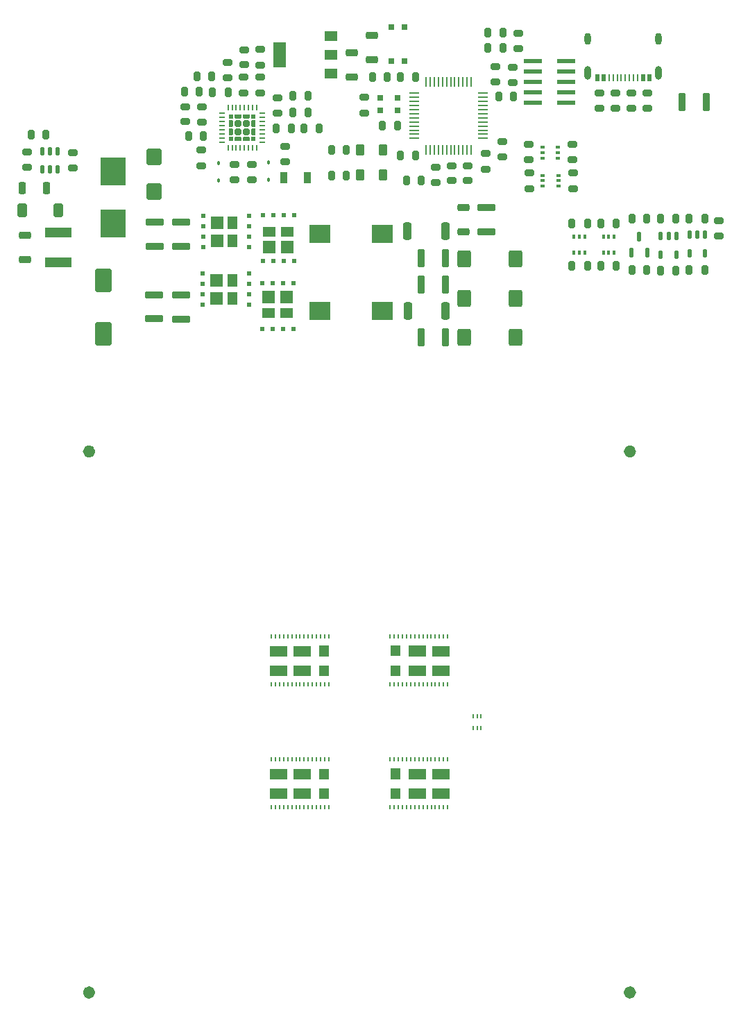
<source format=gtp>
G04 #@! TF.GenerationSoftware,KiCad,Pcbnew,8.0.1-8.0.1-1~ubuntu22.04.1*
G04 #@! TF.CreationDate,2024-04-30T21:46:32+02:00*
G04 #@! TF.ProjectId,qaxe,71617865-2e6b-4696-9361-645f70636258,rev?*
G04 #@! TF.SameCoordinates,Original*
G04 #@! TF.FileFunction,Paste,Top*
G04 #@! TF.FilePolarity,Positive*
%FSLAX46Y46*%
G04 Gerber Fmt 4.6, Leading zero omitted, Abs format (unit mm)*
G04 Created by KiCad (PCBNEW 8.0.1-8.0.1-1~ubuntu22.04.1) date 2024-04-30 21:46:32*
%MOMM*%
%LPD*%
G01*
G04 APERTURE LIST*
G04 Aperture macros list*
%AMRoundRect*
0 Rectangle with rounded corners*
0 $1 Rounding radius*
0 $2 $3 $4 $5 $6 $7 $8 $9 X,Y pos of 4 corners*
0 Add a 4 corners polygon primitive as box body*
4,1,4,$2,$3,$4,$5,$6,$7,$8,$9,$2,$3,0*
0 Add four circle primitives for the rounded corners*
1,1,$1+$1,$2,$3*
1,1,$1+$1,$4,$5*
1,1,$1+$1,$6,$7*
1,1,$1+$1,$8,$9*
0 Add four rect primitives between the rounded corners*
20,1,$1+$1,$2,$3,$4,$5,0*
20,1,$1+$1,$4,$5,$6,$7,0*
20,1,$1+$1,$6,$7,$8,$9,0*
20,1,$1+$1,$8,$9,$2,$3,0*%
%AMFreePoly0*
4,1,19,0.250763,0.273032,0.287330,0.222702,0.292257,0.191596,0.292257,-0.108205,0.273032,-0.167372,0.262774,-0.179383,0.179383,-0.262774,0.123952,-0.291018,0.108205,-0.292257,-0.191596,-0.292257,-0.250763,-0.273032,-0.287330,-0.222702,-0.292257,-0.191596,-0.292257,0.191596,-0.273032,0.250763,-0.222702,0.287330,-0.191596,0.292257,0.191596,0.292257,0.250763,0.273032,0.250763,0.273032,
$1*%
%AMFreePoly1*
4,1,21,0.195247,0.383971,0.200509,0.379148,0.268292,0.311365,0.291946,0.260640,0.292257,0.253509,0.292257,-0.253509,0.273115,-0.306103,0.268292,-0.311365,0.200509,-0.379148,0.149784,-0.402802,0.142653,-0.403113,-0.210436,-0.403113,-0.263030,-0.383971,-0.291014,-0.335500,-0.292257,-0.321292,-0.292257,0.321292,-0.273115,0.373886,-0.224644,0.401870,-0.210436,0.403113,0.142653,0.403113,
0.195247,0.383971,0.195247,0.383971,$1*%
%AMFreePoly2*
4,1,19,0.167372,0.273032,0.179383,0.262774,0.262774,0.179383,0.291018,0.123952,0.292257,0.108205,0.292257,-0.191596,0.273032,-0.250763,0.222702,-0.287330,0.191596,-0.292257,-0.191596,-0.292257,-0.250763,-0.273032,-0.287330,-0.222702,-0.292257,-0.191596,-0.292257,0.191596,-0.273032,0.250763,-0.222702,0.287330,-0.191596,0.292257,0.108205,0.292257,0.167372,0.273032,0.167372,0.273032,
$1*%
%AMFreePoly3*
4,1,21,0.373886,0.273115,0.401870,0.224644,0.403113,0.210436,0.403113,-0.142653,0.383971,-0.195247,0.379148,-0.200509,0.311365,-0.268292,0.260640,-0.291946,0.253509,-0.292257,-0.253509,-0.292257,-0.306103,-0.273115,-0.311365,-0.268292,-0.379148,-0.200509,-0.402802,-0.149784,-0.403113,-0.142653,-0.403113,0.210436,-0.383971,0.263030,-0.335500,0.291014,-0.321292,0.292257,0.321292,0.292257,
0.373886,0.273115,0.373886,0.273115,$1*%
%AMFreePoly4*
4,1,21,0.306103,0.273115,0.311365,0.268292,0.379148,0.200509,0.402802,0.149784,0.403113,0.142653,0.403113,-0.210436,0.383971,-0.263030,0.335500,-0.291014,0.321292,-0.292257,-0.321292,-0.292257,-0.373886,-0.273115,-0.401870,-0.224644,-0.403113,-0.210436,-0.403113,0.142653,-0.383971,0.195247,-0.379148,0.200509,-0.311365,0.268292,-0.260640,0.291946,-0.253509,0.292257,0.253509,0.292257,
0.306103,0.273115,0.306103,0.273115,$1*%
%AMFreePoly5*
4,1,19,0.250763,0.273032,0.287330,0.222702,0.292257,0.191596,0.292257,-0.191596,0.273032,-0.250763,0.222702,-0.287330,0.191596,-0.292257,-0.108205,-0.292257,-0.167372,-0.273032,-0.179383,-0.262774,-0.262774,-0.179383,-0.291018,-0.123952,-0.292257,-0.108205,-0.292257,0.191596,-0.273032,0.250763,-0.222702,0.287330,-0.191596,0.292257,0.191596,0.292257,0.250763,0.273032,0.250763,0.273032,
$1*%
%AMFreePoly6*
4,1,21,0.263030,0.383971,0.291014,0.335500,0.292257,0.321292,0.292257,-0.321292,0.273115,-0.373886,0.224644,-0.401870,0.210436,-0.403113,-0.142653,-0.403113,-0.195247,-0.383971,-0.200509,-0.379148,-0.268292,-0.311365,-0.291946,-0.260640,-0.292257,-0.253509,-0.292257,0.253509,-0.273115,0.306103,-0.268292,0.311365,-0.200509,0.379148,-0.149784,0.402802,-0.142653,0.403113,0.210436,0.403113,
0.263030,0.383971,0.263030,0.383971,$1*%
%AMFreePoly7*
4,1,19,0.250763,0.273032,0.287330,0.222702,0.292257,0.191596,0.292257,-0.191596,0.273032,-0.250763,0.222702,-0.287330,0.191596,-0.292257,-0.191596,-0.292257,-0.250763,-0.273032,-0.287330,-0.222702,-0.292257,-0.191596,-0.292257,0.108205,-0.273032,0.167372,-0.262774,0.179383,-0.179383,0.262774,-0.123952,0.291018,-0.108205,0.292257,0.191596,0.292257,0.250763,0.273032,0.250763,0.273032,
$1*%
G04 Aperture macros list end*
%ADD10C,0.750000*%
%ADD11C,0.001000*%
%ADD12RoundRect,0.200000X-0.380000X0.200000X-0.380000X-0.200000X0.380000X-0.200000X0.380000X0.200000X0*%
%ADD13RoundRect,0.200000X0.200000X0.380000X-0.200000X0.380000X-0.200000X-0.380000X0.200000X-0.380000X0*%
%ADD14RoundRect,0.200000X0.520000X-0.260000X0.520000X0.260000X-0.520000X0.260000X-0.520000X-0.260000X0*%
%ADD15R,0.176800X0.633600*%
%ADD16RoundRect,0.200000X0.260000X0.880000X-0.260000X0.880000X-0.260000X-0.880000X0.260000X-0.880000X0*%
%ADD17R,2.640000X2.240000*%
%ADD18RoundRect,0.200000X-0.210000X-0.360000X0.210000X-0.360000X0.210000X0.360000X-0.210000X0.360000X0*%
%ADD19RoundRect,0.200000X0.360000X-0.210000X0.360000X0.210000X-0.360000X0.210000X-0.360000X-0.210000X0*%
%ADD20RoundRect,0.200000X-0.880000X0.260000X-0.880000X-0.260000X0.880000X-0.260000X0.880000X0.260000X0*%
%ADD21RoundRect,0.090000X-0.090000X0.150000X-0.090000X-0.150000X0.090000X-0.150000X0.090000X0.150000X0*%
%ADD22RoundRect,0.200000X-0.360000X0.210000X-0.360000X-0.210000X0.360000X-0.210000X0.360000X0.210000X0*%
%ADD23RoundRect,0.200000X-0.290000X-0.860000X0.290000X-0.860000X0.290000X0.860000X-0.290000X0.860000X0*%
%ADD24RoundRect,0.200000X0.210000X0.360000X-0.210000X0.360000X-0.210000X-0.360000X0.210000X-0.360000X0*%
%ADD25RoundRect,0.200000X0.380000X-0.200000X0.380000X0.200000X-0.380000X0.200000X-0.380000X-0.200000X0*%
%ADD26R,1.570000X1.235000*%
%ADD27R,1.570000X1.585000*%
%ADD28R,0.490000X0.490000*%
%ADD29RoundRect,0.200000X0.300000X0.500000X-0.300000X0.500000X-0.300000X-0.500000X0.300000X-0.500000X0*%
%ADD30RoundRect,0.200000X-0.720000X0.800000X-0.720000X-0.800000X0.720000X-0.800000X0.720000X0.800000X0*%
%ADD31R,0.320000X0.520000*%
%ADD32RoundRect,0.200000X-0.260000X-0.880000X0.260000X-0.880000X0.260000X0.880000X-0.260000X0.880000X0*%
%ADD33RoundRect,0.120000X-0.120000X0.410000X-0.120000X-0.410000X0.120000X-0.410000X0.120000X0.410000X0*%
%ADD34R,0.520000X0.320000*%
%ADD35RoundRect,0.200000X0.880000X-0.260000X0.880000X0.260000X-0.880000X0.260000X-0.880000X-0.260000X0*%
%ADD36R,1.235000X1.570000*%
%ADD37R,1.585000X1.570000*%
%ADD38RoundRect,0.200000X-0.200000X-0.380000X0.200000X-0.380000X0.200000X0.380000X-0.200000X0.380000X0*%
%ADD39RoundRect,0.200000X0.360000X0.640000X-0.360000X0.640000X-0.360000X-0.640000X0.360000X-0.640000X0*%
%ADD40R,0.800000X0.720000*%
%ADD41RoundRect,0.200000X-0.800000X1.200000X-0.800000X-1.200000X0.800000X-1.200000X0.800000X1.200000X0*%
%ADD42R,3.200000X1.200000*%
%ADD43RoundRect,0.200000X0.250000X0.500000X-0.250000X0.500000X-0.250000X-0.500000X0.250000X-0.500000X0*%
%ADD44RoundRect,0.060000X-0.530000X-0.060000X0.530000X-0.060000X0.530000X0.060000X-0.530000X0.060000X0*%
%ADD45RoundRect,0.060000X-0.060000X-0.530000X0.060000X-0.530000X0.060000X0.530000X-0.060000X0.530000X0*%
%ADD46RoundRect,0.040000X-0.080000X0.228000X-0.080000X-0.228000X0.080000X-0.228000X0.080000X0.228000X0*%
%ADD47R,2.208000X0.520000*%
%ADD48R,3.048000X3.396000*%
%ADD49RoundRect,0.200000X-0.520000X0.260000X-0.520000X-0.260000X0.520000X-0.260000X0.520000X0.260000X0*%
%ADD50RoundRect,0.200000X-0.630000X-0.820000X0.630000X-0.820000X0.630000X0.820000X-0.630000X0.820000X0*%
%ADD51R,1.600000X1.200000*%
%ADD52R,1.600000X3.040000*%
%ADD53FreePoly0,270.000000*%
%ADD54FreePoly1,270.000000*%
%ADD55FreePoly2,270.000000*%
%ADD56FreePoly3,270.000000*%
%ADD57RoundRect,0.201557X-0.201556X0.201556X-0.201556X-0.201556X0.201556X-0.201556X0.201556X0.201556X0*%
%ADD58FreePoly4,270.000000*%
%ADD59FreePoly5,270.000000*%
%ADD60FreePoly6,270.000000*%
%ADD61FreePoly7,270.000000*%
%ADD62RoundRect,0.050000X-0.050000X0.300000X-0.050000X-0.300000X0.050000X-0.300000X0.050000X0.300000X0*%
%ADD63RoundRect,0.050000X-0.300000X0.050000X-0.300000X-0.050000X0.300000X-0.050000X0.300000X0.050000X0*%
%ADD64RoundRect,0.120000X0.120000X-0.470000X0.120000X0.470000X-0.120000X0.470000X-0.120000X-0.470000X0*%
%ADD65R,0.480000X0.920000*%
%ADD66R,0.240000X0.920000*%
%ADD67O,0.800000X1.680000*%
%ADD68O,0.800000X1.440000*%
%ADD69RoundRect,0.200000X0.260000X0.520000X-0.260000X0.520000X-0.260000X-0.520000X0.260000X-0.520000X0*%
G04 APERTURE END LIST*
D10*
X62375000Y-92000000D02*
G75*
G02*
X61625000Y-92000000I-375000J0D01*
G01*
X61625000Y-92000000D02*
G75*
G02*
X62375000Y-92000000I375000J0D01*
G01*
D11*
X84080000Y-116910000D02*
X86100000Y-116910000D01*
X86100000Y-115710000D01*
X84080000Y-115710000D01*
X84080000Y-116910000D01*
G36*
X84080000Y-116910000D02*
G01*
X86100000Y-116910000D01*
X86100000Y-115710000D01*
X84080000Y-115710000D01*
X84080000Y-116910000D01*
G37*
X84080000Y-119280000D02*
X86100000Y-119280000D01*
X86100000Y-118080000D01*
X84080000Y-118080000D01*
X84080000Y-119280000D01*
G36*
X84080000Y-119280000D02*
G01*
X86100000Y-119280000D01*
X86100000Y-118080000D01*
X84080000Y-118080000D01*
X84080000Y-119280000D01*
G37*
X86925000Y-119300000D02*
X88955000Y-119300000D01*
X88955000Y-118100000D01*
X86925000Y-118100000D01*
X86925000Y-119300000D01*
G36*
X86925000Y-119300000D02*
G01*
X88955000Y-119300000D01*
X88955000Y-118100000D01*
X86925000Y-118100000D01*
X86925000Y-119300000D01*
G37*
X86930000Y-116910000D02*
X88960000Y-116910000D01*
X88960000Y-115710000D01*
X86930000Y-115710000D01*
X86930000Y-116910000D01*
G36*
X86930000Y-116910000D02*
G01*
X88960000Y-116910000D01*
X88960000Y-115710000D01*
X86930000Y-115710000D01*
X86930000Y-116910000D01*
G37*
X90080000Y-116900000D02*
X91200000Y-116900000D01*
X91200000Y-115700000D01*
X90080000Y-115700000D01*
X90080000Y-116900000D01*
G36*
X90080000Y-116900000D02*
G01*
X91200000Y-116900000D01*
X91200000Y-115700000D01*
X90080000Y-115700000D01*
X90080000Y-116900000D01*
G37*
X90090000Y-119310000D02*
X91200000Y-119310000D01*
X91200000Y-118110000D01*
X90090000Y-118110000D01*
X90090000Y-119310000D01*
G36*
X90090000Y-119310000D02*
G01*
X91200000Y-119310000D01*
X91200000Y-118110000D01*
X90090000Y-118110000D01*
X90090000Y-119310000D01*
G37*
D10*
X62375000Y-158000000D02*
G75*
G02*
X61625000Y-158000000I-375000J0D01*
G01*
X61625000Y-158000000D02*
G75*
G02*
X62375000Y-158000000I375000J0D01*
G01*
X128375000Y-158000000D02*
G75*
G02*
X127625000Y-158000000I-375000J0D01*
G01*
X127625000Y-158000000D02*
G75*
G02*
X128375000Y-158000000I375000J0D01*
G01*
D11*
X84080000Y-131910000D02*
X86100000Y-131910000D01*
X86100000Y-130710000D01*
X84080000Y-130710000D01*
X84080000Y-131910000D01*
G36*
X84080000Y-131910000D02*
G01*
X86100000Y-131910000D01*
X86100000Y-130710000D01*
X84080000Y-130710000D01*
X84080000Y-131910000D01*
G37*
X84080000Y-134280000D02*
X86100000Y-134280000D01*
X86100000Y-133080000D01*
X84080000Y-133080000D01*
X84080000Y-134280000D01*
G36*
X84080000Y-134280000D02*
G01*
X86100000Y-134280000D01*
X86100000Y-133080000D01*
X84080000Y-133080000D01*
X84080000Y-134280000D01*
G37*
X86925000Y-134300000D02*
X88955000Y-134300000D01*
X88955000Y-133100000D01*
X86925000Y-133100000D01*
X86925000Y-134300000D01*
G36*
X86925000Y-134300000D02*
G01*
X88955000Y-134300000D01*
X88955000Y-133100000D01*
X86925000Y-133100000D01*
X86925000Y-134300000D01*
G37*
X86930000Y-131910000D02*
X88960000Y-131910000D01*
X88960000Y-130710000D01*
X86930000Y-130710000D01*
X86930000Y-131910000D01*
G36*
X86930000Y-131910000D02*
G01*
X88960000Y-131910000D01*
X88960000Y-130710000D01*
X86930000Y-130710000D01*
X86930000Y-131910000D01*
G37*
X90080000Y-131900000D02*
X91200000Y-131900000D01*
X91200000Y-130700000D01*
X90080000Y-130700000D01*
X90080000Y-131900000D01*
G36*
X90080000Y-131900000D02*
G01*
X91200000Y-131900000D01*
X91200000Y-130700000D01*
X90080000Y-130700000D01*
X90080000Y-131900000D01*
G37*
X90090000Y-134310000D02*
X91200000Y-134310000D01*
X91200000Y-133110000D01*
X90090000Y-133110000D01*
X90090000Y-134310000D01*
G36*
X90090000Y-134310000D02*
G01*
X91200000Y-134310000D01*
X91200000Y-133110000D01*
X90090000Y-133110000D01*
X90090000Y-134310000D01*
G37*
X99910000Y-115690000D02*
X98800000Y-115690000D01*
X98800000Y-116890000D01*
X99910000Y-116890000D01*
X99910000Y-115690000D01*
G36*
X99910000Y-115690000D02*
G01*
X98800000Y-115690000D01*
X98800000Y-116890000D01*
X99910000Y-116890000D01*
X99910000Y-115690000D01*
G37*
X99920000Y-118100000D02*
X98800000Y-118100000D01*
X98800000Y-119300000D01*
X99920000Y-119300000D01*
X99920000Y-118100000D01*
G36*
X99920000Y-118100000D02*
G01*
X98800000Y-118100000D01*
X98800000Y-119300000D01*
X99920000Y-119300000D01*
X99920000Y-118100000D01*
G37*
X103070000Y-118090000D02*
X101040000Y-118090000D01*
X101040000Y-119290000D01*
X103070000Y-119290000D01*
X103070000Y-118090000D01*
G36*
X103070000Y-118090000D02*
G01*
X101040000Y-118090000D01*
X101040000Y-119290000D01*
X103070000Y-119290000D01*
X103070000Y-118090000D01*
G37*
X103075000Y-115700000D02*
X101045000Y-115700000D01*
X101045000Y-116900000D01*
X103075000Y-116900000D01*
X103075000Y-115700000D01*
G36*
X103075000Y-115700000D02*
G01*
X101045000Y-115700000D01*
X101045000Y-116900000D01*
X103075000Y-116900000D01*
X103075000Y-115700000D01*
G37*
X105920000Y-115720000D02*
X103900000Y-115720000D01*
X103900000Y-116920000D01*
X105920000Y-116920000D01*
X105920000Y-115720000D01*
G36*
X105920000Y-115720000D02*
G01*
X103900000Y-115720000D01*
X103900000Y-116920000D01*
X105920000Y-116920000D01*
X105920000Y-115720000D01*
G37*
X105920000Y-118090000D02*
X103900000Y-118090000D01*
X103900000Y-119290000D01*
X105920000Y-119290000D01*
X105920000Y-118090000D01*
G36*
X105920000Y-118090000D02*
G01*
X103900000Y-118090000D01*
X103900000Y-119290000D01*
X105920000Y-119290000D01*
X105920000Y-118090000D01*
G37*
X99910000Y-130690000D02*
X98800000Y-130690000D01*
X98800000Y-131890000D01*
X99910000Y-131890000D01*
X99910000Y-130690000D01*
G36*
X99910000Y-130690000D02*
G01*
X98800000Y-130690000D01*
X98800000Y-131890000D01*
X99910000Y-131890000D01*
X99910000Y-130690000D01*
G37*
X99920000Y-133100000D02*
X98800000Y-133100000D01*
X98800000Y-134300000D01*
X99920000Y-134300000D01*
X99920000Y-133100000D01*
G36*
X99920000Y-133100000D02*
G01*
X98800000Y-133100000D01*
X98800000Y-134300000D01*
X99920000Y-134300000D01*
X99920000Y-133100000D01*
G37*
X103070000Y-133090000D02*
X101040000Y-133090000D01*
X101040000Y-134290000D01*
X103070000Y-134290000D01*
X103070000Y-133090000D01*
G36*
X103070000Y-133090000D02*
G01*
X101040000Y-133090000D01*
X101040000Y-134290000D01*
X103070000Y-134290000D01*
X103070000Y-133090000D01*
G37*
X103075000Y-130700000D02*
X101045000Y-130700000D01*
X101045000Y-131900000D01*
X103075000Y-131900000D01*
X103075000Y-130700000D01*
G36*
X103075000Y-130700000D02*
G01*
X101045000Y-130700000D01*
X101045000Y-131900000D01*
X103075000Y-131900000D01*
X103075000Y-130700000D01*
G37*
X105920000Y-130720000D02*
X103900000Y-130720000D01*
X103900000Y-131920000D01*
X105920000Y-131920000D01*
X105920000Y-130720000D01*
G36*
X105920000Y-130720000D02*
G01*
X103900000Y-130720000D01*
X103900000Y-131920000D01*
X105920000Y-131920000D01*
X105920000Y-130720000D01*
G37*
X105920000Y-133090000D02*
X103900000Y-133090000D01*
X103900000Y-134290000D01*
X105920000Y-134290000D01*
X105920000Y-133090000D01*
G36*
X105920000Y-133090000D02*
G01*
X103900000Y-133090000D01*
X103900000Y-134290000D01*
X105920000Y-134290000D01*
X105920000Y-133090000D01*
G37*
D10*
X128375000Y-92000000D02*
G75*
G02*
X127625000Y-92000000I-375000J0D01*
G01*
X127625000Y-92000000D02*
G75*
G02*
X128375000Y-92000000I375000J0D01*
G01*
D12*
X115697000Y-58044000D03*
X115697000Y-59944000D03*
D13*
X133626315Y-69976089D03*
X131726315Y-69976089D03*
D14*
X54150000Y-68565000D03*
X54150000Y-65615000D03*
D15*
X91264000Y-114584000D03*
X90762000Y-114584000D03*
X90260000Y-114584000D03*
X89758000Y-114584000D03*
X89256000Y-114584000D03*
X88754000Y-114584000D03*
X88252000Y-114584000D03*
X87750000Y-114584000D03*
X87248000Y-114584000D03*
X86746000Y-114584000D03*
X86244000Y-114584000D03*
X85742000Y-114584000D03*
X85240000Y-114584000D03*
X84738000Y-114584000D03*
X84236000Y-114584000D03*
X84236000Y-120416000D03*
X84751000Y-120416000D03*
X85251000Y-120416000D03*
X85751000Y-120416000D03*
X86251000Y-120416000D03*
X86751000Y-120416000D03*
X87248000Y-120416000D03*
X87751000Y-120416000D03*
X88252000Y-120416000D03*
X88754000Y-120416000D03*
X89256000Y-120416000D03*
X89758000Y-120416000D03*
X90251000Y-120416000D03*
X90762000Y-120416000D03*
X91251000Y-120416000D03*
D16*
X105475000Y-78100000D03*
X102525000Y-78100000D03*
D17*
X90180000Y-65440000D03*
X97790000Y-65440000D03*
D18*
X88257500Y-52590000D03*
X90082500Y-52590000D03*
D19*
X54450000Y-57290000D03*
X54450000Y-55465000D03*
D18*
X54937500Y-53377500D03*
X56762500Y-53377500D03*
D20*
X73200000Y-72900000D03*
X73200000Y-75850000D03*
D19*
X78900000Y-46400000D03*
X78900000Y-44575000D03*
D13*
X137126315Y-63556089D03*
X135226315Y-63556089D03*
D12*
X79770000Y-56955000D03*
X79770000Y-58855000D03*
D19*
X114400000Y-42812500D03*
X114400000Y-40987500D03*
D21*
X83870000Y-56755000D03*
X83870000Y-58855000D03*
D22*
X113726000Y-45142500D03*
X113726000Y-46967500D03*
D23*
X100875000Y-65145000D03*
X105500000Y-65145000D03*
D12*
X85017500Y-48835000D03*
X85017500Y-50735000D03*
D24*
X86692000Y-52570000D03*
X84867000Y-52570000D03*
D25*
X111567000Y-46950000D03*
X111567000Y-45050000D03*
D24*
X112512500Y-42800000D03*
X110687500Y-42800000D03*
D26*
X83935000Y-75077500D03*
X86125000Y-75077500D03*
D27*
X83935000Y-73167500D03*
X86125000Y-73167500D03*
D28*
X83125000Y-77080000D03*
X84395000Y-77080000D03*
X85665000Y-77080000D03*
X86935000Y-77080000D03*
X83125000Y-71480000D03*
X84395000Y-71480000D03*
X85665000Y-71480000D03*
X86935000Y-71480000D03*
D29*
X97900000Y-58293000D03*
X95100000Y-58293000D03*
D12*
X120965000Y-54503000D03*
X120965000Y-56403000D03*
D30*
X69960000Y-56020000D03*
X69960000Y-60320000D03*
D31*
X124775200Y-67726600D03*
X125425200Y-67726600D03*
X126075200Y-67726600D03*
X126075200Y-65826600D03*
X125425200Y-65826600D03*
X124775200Y-65826600D03*
D32*
X134350000Y-49400000D03*
X137300000Y-49400000D03*
D13*
X122826315Y-64176089D03*
X120926315Y-64176089D03*
D22*
X138880000Y-63845000D03*
X138880000Y-65670000D03*
D33*
X137176315Y-65576089D03*
X136226315Y-65576089D03*
X135276315Y-65576089D03*
X135276315Y-67851089D03*
X137176315Y-67851089D03*
D19*
X124300000Y-50112500D03*
X124300000Y-48287500D03*
D25*
X75670000Y-57140000D03*
X75670000Y-55240000D03*
D19*
X106261500Y-58949500D03*
X106261500Y-57124500D03*
D14*
X107700000Y-65175000D03*
X107700000Y-62225000D03*
D19*
X128200000Y-50112500D03*
X128200000Y-48287500D03*
D18*
X86870000Y-48605000D03*
X88695000Y-48605000D03*
D19*
X130100000Y-50112500D03*
X130100000Y-48287500D03*
D34*
X117312400Y-54899800D03*
X117312400Y-55549800D03*
X117312400Y-56199800D03*
X119212400Y-56199800D03*
X119212400Y-55549800D03*
X119212400Y-54899800D03*
D24*
X88695000Y-50605000D03*
X86870000Y-50605000D03*
D35*
X110500000Y-65175000D03*
X110500000Y-62225000D03*
D23*
X100887500Y-74825001D03*
X105512500Y-74825001D03*
D36*
X79536500Y-66295000D03*
X79536500Y-64105000D03*
D37*
X77626500Y-66295000D03*
X77626500Y-64105000D03*
D28*
X81539000Y-67105000D03*
X81539000Y-65835000D03*
X81539000Y-64565000D03*
X81539000Y-63295000D03*
X75939000Y-67105000D03*
X75939000Y-65835000D03*
X75939000Y-64565000D03*
X75939000Y-63295000D03*
D12*
X60050000Y-55540000D03*
X60050000Y-57440000D03*
D38*
X124426315Y-69376089D03*
X126326315Y-69376089D03*
D24*
X113812500Y-48700000D03*
X111987500Y-48700000D03*
D12*
X121031000Y-58044000D03*
X121031000Y-59944000D03*
D31*
X122493800Y-65826600D03*
X121843800Y-65826600D03*
X121193800Y-65826600D03*
X121193800Y-67726600D03*
X121843800Y-67726600D03*
X122493800Y-67726600D03*
D35*
X73250000Y-66975000D03*
X73250000Y-64025000D03*
D12*
X110363000Y-55652000D03*
X110363000Y-57552000D03*
D36*
X79497500Y-73295000D03*
X79497500Y-71105000D03*
D37*
X77587500Y-73295000D03*
X77587500Y-71105000D03*
D28*
X81500000Y-74105000D03*
X81500000Y-72835000D03*
X81500000Y-71565000D03*
X81500000Y-70295000D03*
X75900000Y-74105000D03*
X75900000Y-72835000D03*
X75900000Y-71565000D03*
X75900000Y-70295000D03*
D18*
X100015000Y-55878000D03*
X101840000Y-55878000D03*
D29*
X97899750Y-55199000D03*
X95099750Y-55199000D03*
D39*
X58250000Y-62590000D03*
X53850000Y-62590000D03*
D19*
X104300000Y-59175000D03*
X104300000Y-57350000D03*
D40*
X97538000Y-50386000D03*
X99688000Y-50386000D03*
X99688000Y-48836000D03*
X97538000Y-48836000D03*
D15*
X91264000Y-129584000D03*
X90762000Y-129584000D03*
X90260000Y-129584000D03*
X89758000Y-129584000D03*
X89256000Y-129584000D03*
X88754000Y-129584000D03*
X88252000Y-129584000D03*
X87750000Y-129584000D03*
X87248000Y-129584000D03*
X86746000Y-129584000D03*
X86244000Y-129584000D03*
X85742000Y-129584000D03*
X85240000Y-129584000D03*
X84738000Y-129584000D03*
X84236000Y-129584000D03*
X84236000Y-135416000D03*
X84751000Y-135416000D03*
X85251000Y-135416000D03*
X85751000Y-135416000D03*
X86251000Y-135416000D03*
X86751000Y-135416000D03*
X87248000Y-135416000D03*
X87751000Y-135416000D03*
X88252000Y-135416000D03*
X88754000Y-135416000D03*
X89256000Y-135416000D03*
X89758000Y-135416000D03*
X90251000Y-135416000D03*
X90762000Y-135416000D03*
X91251000Y-135416000D03*
D25*
X82900000Y-48250000D03*
X82900000Y-46350000D03*
D13*
X122826315Y-69376089D03*
X120926315Y-69376089D03*
D19*
X108166500Y-58949500D03*
X108166500Y-57124500D03*
D16*
X105475000Y-68400000D03*
X102525000Y-68400000D03*
D22*
X73780000Y-49945000D03*
X73780000Y-51770000D03*
D19*
X126200000Y-50112500D03*
X126200000Y-48287500D03*
D41*
X63710000Y-71150000D03*
X63710000Y-77650000D03*
D33*
X58200000Y-55340000D03*
X57250000Y-55340000D03*
X56300000Y-55340000D03*
X56300000Y-57615000D03*
X57250000Y-57615000D03*
X58200000Y-57615000D03*
D15*
X98736000Y-120416000D03*
X99238000Y-120416000D03*
X99740000Y-120416000D03*
X100242000Y-120416000D03*
X100744000Y-120416000D03*
X101246000Y-120416000D03*
X101748000Y-120416000D03*
X102250000Y-120416000D03*
X102752000Y-120416000D03*
X103254000Y-120416000D03*
X103756000Y-120416000D03*
X104258000Y-120416000D03*
X104760000Y-120416000D03*
X105262000Y-120416000D03*
X105764000Y-120416000D03*
X105764000Y-114584000D03*
X105249000Y-114584000D03*
X104749000Y-114584000D03*
X104249000Y-114584000D03*
X103749000Y-114584000D03*
X103249000Y-114584000D03*
X102752000Y-114584000D03*
X102249000Y-114584000D03*
X101748000Y-114584000D03*
X101246000Y-114584000D03*
X100744000Y-114584000D03*
X100242000Y-114584000D03*
X99749000Y-114584000D03*
X99238000Y-114584000D03*
X98749000Y-114584000D03*
D13*
X137126315Y-69856089D03*
X135226315Y-69856089D03*
D42*
X58250000Y-65290000D03*
X58250000Y-68890000D03*
D18*
X91589250Y-55245000D03*
X93414250Y-55245000D03*
D24*
X130058815Y-69876089D03*
X128233815Y-69876089D03*
D38*
X124426315Y-64176089D03*
X126326315Y-64176089D03*
D18*
X74147500Y-53520000D03*
X75972500Y-53520000D03*
D25*
X80870000Y-48230000D03*
X80870000Y-46330000D03*
D33*
X133676315Y-65696089D03*
X132726315Y-65696089D03*
X131776315Y-65696089D03*
X131776315Y-67971089D03*
X133676315Y-67971089D03*
D13*
X101880500Y-46300000D03*
X99980500Y-46300000D03*
X133626315Y-63576089D03*
X131726315Y-63576089D03*
D15*
X98736000Y-135416000D03*
X99238000Y-135416000D03*
X99740000Y-135416000D03*
X100242000Y-135416000D03*
X100744000Y-135416000D03*
X101246000Y-135416000D03*
X101748000Y-135416000D03*
X102250000Y-135416000D03*
X102752000Y-135416000D03*
X103254000Y-135416000D03*
X103756000Y-135416000D03*
X104258000Y-135416000D03*
X104760000Y-135416000D03*
X105262000Y-135416000D03*
X105764000Y-135416000D03*
X105764000Y-129584000D03*
X105249000Y-129584000D03*
X104749000Y-129584000D03*
X104249000Y-129584000D03*
X103749000Y-129584000D03*
X103249000Y-129584000D03*
X102752000Y-129584000D03*
X102249000Y-129584000D03*
X101748000Y-129584000D03*
X101246000Y-129584000D03*
X100744000Y-129584000D03*
X100242000Y-129584000D03*
X99749000Y-129584000D03*
X99238000Y-129584000D03*
X98749000Y-129584000D03*
D19*
X75770000Y-51792500D03*
X75770000Y-49967500D03*
D13*
X99650000Y-52222400D03*
X97750000Y-52222400D03*
D43*
X88672500Y-58580000D03*
X85747500Y-58580000D03*
D25*
X82900000Y-44850000D03*
X82900000Y-42950000D03*
D24*
X75470000Y-48105000D03*
X73645000Y-48105000D03*
D44*
X101718000Y-48302000D03*
X101718000Y-48802000D03*
X101718000Y-49302000D03*
X101718000Y-49802000D03*
X101718000Y-50302000D03*
X101718000Y-50802000D03*
X101718000Y-51302000D03*
X101718000Y-51802000D03*
X101718000Y-52302000D03*
X101718000Y-52802000D03*
X101718000Y-53302000D03*
X101718000Y-53802000D03*
D45*
X103130500Y-55214500D03*
X103630500Y-55214500D03*
X104130500Y-55214500D03*
X104630500Y-55214500D03*
X105130500Y-55214500D03*
X105630500Y-55214500D03*
X106130500Y-55214500D03*
X106630500Y-55214500D03*
X107130500Y-55214500D03*
X107630500Y-55214500D03*
X108130500Y-55214500D03*
X108630500Y-55214500D03*
D44*
X110043000Y-53802000D03*
X110043000Y-53302000D03*
X110043000Y-52802000D03*
X110043000Y-52302000D03*
X110043000Y-51802000D03*
X110043000Y-51302000D03*
X110043000Y-50802000D03*
X110043000Y-50302000D03*
X110043000Y-49802000D03*
X110043000Y-49302000D03*
X110043000Y-48802000D03*
X110043000Y-48302000D03*
D45*
X108630500Y-46889500D03*
X108130500Y-46889500D03*
X107630500Y-46889500D03*
X107130500Y-46889500D03*
X106630500Y-46889500D03*
X106130500Y-46889500D03*
X105630500Y-46889500D03*
X105130500Y-46889500D03*
X104630500Y-46889500D03*
X104130500Y-46889500D03*
X103630500Y-46889500D03*
X103130500Y-46889500D03*
D46*
X109850000Y-124260000D03*
X109350000Y-124260000D03*
X108850000Y-124260000D03*
X108850000Y-125740000D03*
X109350000Y-125740000D03*
X109850000Y-125740000D03*
D47*
X120191000Y-49484000D03*
X116151000Y-49484000D03*
X120191000Y-48214000D03*
X116151000Y-48214000D03*
X120191000Y-46944000D03*
X116151000Y-46944000D03*
X120191000Y-45674000D03*
X116151000Y-45674000D03*
X120191000Y-44404000D03*
X116151000Y-44404000D03*
D16*
X105475000Y-71600000D03*
X102525000Y-71600000D03*
D48*
X64900000Y-64187500D03*
X64900000Y-57812500D03*
D49*
X96500000Y-41238000D03*
X96500000Y-44188000D03*
D18*
X91589500Y-58339000D03*
X93414500Y-58339000D03*
X96587500Y-46300000D03*
X98412500Y-46300000D03*
D50*
X107787500Y-78100000D03*
X114012500Y-78100000D03*
D17*
X90180000Y-74838000D03*
X97790000Y-74838000D03*
D12*
X95565000Y-48788000D03*
X95565000Y-50688000D03*
D51*
X91522000Y-45902000D03*
X91522000Y-43602000D03*
D52*
X85222000Y-43602000D03*
D51*
X91522000Y-41302000D03*
D24*
X112512500Y-40900000D03*
X110687500Y-40900000D03*
D53*
X82070000Y-51142500D03*
D54*
X81207500Y-51142500D03*
X80207500Y-51142500D03*
D55*
X79345000Y-51142500D03*
D56*
X82070000Y-52005000D03*
D57*
X81207500Y-52005000D03*
X80207500Y-52005000D03*
D58*
X79345000Y-52005000D03*
D56*
X82070000Y-53005000D03*
D57*
X81207500Y-53005000D03*
X80207500Y-53005000D03*
D58*
X79345000Y-53005000D03*
D59*
X82070000Y-53867500D03*
D60*
X81207500Y-53867500D03*
X80207500Y-53867500D03*
D61*
X79345000Y-53867500D03*
D62*
X82457500Y-50067500D03*
X81957500Y-50067500D03*
X81457500Y-50067500D03*
X80957500Y-50067500D03*
X80457500Y-50067500D03*
X79957500Y-50067500D03*
X79457500Y-50067500D03*
X78957500Y-50067500D03*
D63*
X78270000Y-50755000D03*
X78270000Y-51255000D03*
X78270000Y-51755000D03*
X78270000Y-52255000D03*
X78270000Y-52755000D03*
X78270000Y-53255000D03*
X78270000Y-53755000D03*
X78270000Y-54255000D03*
D62*
X78957500Y-54942500D03*
X79457500Y-54942500D03*
X79957500Y-54942500D03*
X80457500Y-54942500D03*
X80957500Y-54942500D03*
X81457500Y-54942500D03*
X81957500Y-54942500D03*
X82457500Y-54942500D03*
D63*
X83145000Y-54255000D03*
X83145000Y-53755000D03*
X83145000Y-53255000D03*
X83145000Y-52755000D03*
X83145000Y-52255000D03*
X83145000Y-51755000D03*
X83145000Y-51255000D03*
X83145000Y-50755000D03*
D40*
X100500000Y-40250000D03*
X100500000Y-44350000D03*
X98900000Y-40250000D03*
X98900000Y-44350000D03*
D12*
X115631000Y-54503000D03*
X115631000Y-56403000D03*
D64*
X128196315Y-67703589D03*
X130096315Y-67703589D03*
X129146315Y-65828589D03*
D26*
X86190000Y-65190000D03*
X84000000Y-65190000D03*
D27*
X86190000Y-67100000D03*
X84000000Y-67100000D03*
D28*
X87000000Y-63187500D03*
X85730000Y-63187500D03*
X84460000Y-63187500D03*
X83190000Y-63187500D03*
X87000000Y-68787500D03*
X85730000Y-68787500D03*
X84460000Y-68787500D03*
X83190000Y-68787500D03*
D65*
X130400000Y-46380000D03*
X129600000Y-46380000D03*
D66*
X128450000Y-46380000D03*
X127450000Y-46380000D03*
X126950000Y-46380000D03*
X125950000Y-46380000D03*
D65*
X124800000Y-46380000D03*
X124000000Y-46380000D03*
X124000000Y-46380000D03*
X124800000Y-46380000D03*
D66*
X125450000Y-46380000D03*
X126450000Y-46380000D03*
X127950000Y-46380000D03*
X128950000Y-46380000D03*
D65*
X129600000Y-46380000D03*
X130400000Y-46380000D03*
D67*
X131520000Y-45805000D03*
D68*
X131520000Y-41625000D03*
D67*
X122880000Y-45805000D03*
D68*
X122880000Y-41625000D03*
D34*
X117363200Y-58328800D03*
X117363200Y-58978800D03*
X117363200Y-59628800D03*
X119263200Y-59628800D03*
X119263200Y-58978800D03*
X119263200Y-58328800D03*
D50*
X107787500Y-68500000D03*
X114012500Y-68500000D03*
D20*
X69900000Y-72875000D03*
X69900000Y-75825000D03*
D35*
X70000000Y-66975000D03*
X70000000Y-64025000D03*
D21*
X77770000Y-56855000D03*
X77770000Y-58955000D03*
D13*
X78970000Y-48155000D03*
X77070000Y-48155000D03*
D24*
X76970000Y-46205000D03*
X75145000Y-46205000D03*
D25*
X81870000Y-58855000D03*
X81870000Y-56955000D03*
D50*
X107787500Y-73300000D03*
X114012500Y-73300000D03*
D12*
X85970000Y-54755000D03*
X85970000Y-56655000D03*
D18*
X100737500Y-58900000D03*
X102562500Y-58900000D03*
X128233815Y-63576089D03*
X130058815Y-63576089D03*
D19*
X112413000Y-56028500D03*
X112413000Y-54203500D03*
D69*
X56825000Y-59890000D03*
X53875000Y-59890000D03*
D49*
X94087000Y-43397000D03*
X94087000Y-46347000D03*
D19*
X80970000Y-44805000D03*
X80970000Y-42980000D03*
M02*

</source>
